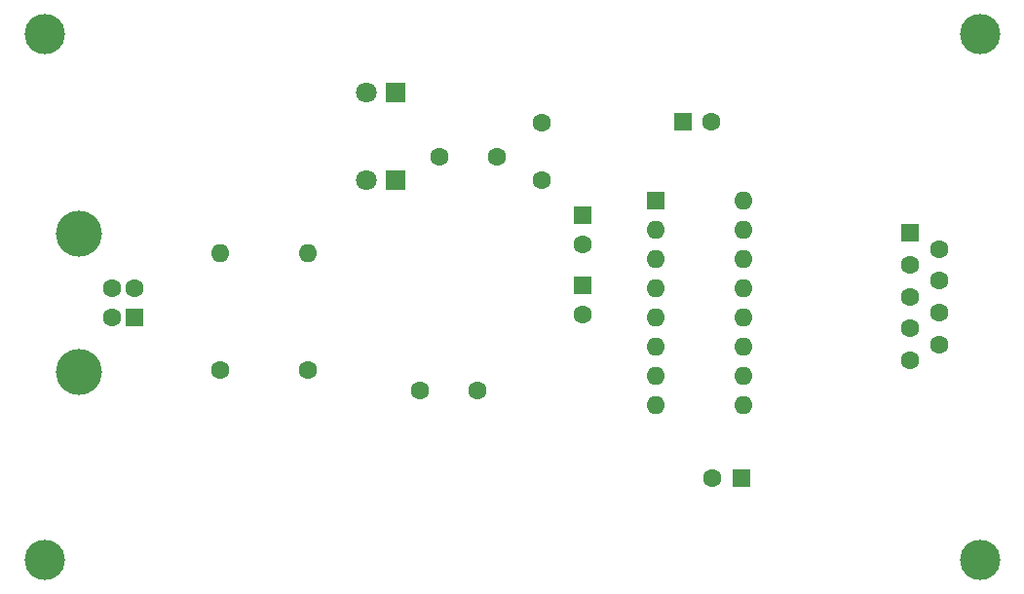
<source format=gbr>
%TF.GenerationSoftware,KiCad,Pcbnew,7.0.1*%
%TF.CreationDate,2023-04-09T16:17:14+09:00*%
%TF.ProjectId,RS232_Converter,52533233-325f-4436-9f6e-766572746572,rev?*%
%TF.SameCoordinates,Original*%
%TF.FileFunction,Soldermask,Bot*%
%TF.FilePolarity,Negative*%
%FSLAX46Y46*%
G04 Gerber Fmt 4.6, Leading zero omitted, Abs format (unit mm)*
G04 Created by KiCad (PCBNEW 7.0.1) date 2023-04-09 16:17:14*
%MOMM*%
%LPD*%
G01*
G04 APERTURE LIST*
%ADD10R,1.600000X1.600000*%
%ADD11C,1.600000*%
%ADD12C,3.500000*%
%ADD13R,1.800000X1.800000*%
%ADD14C,1.800000*%
%ADD15C,4.000000*%
%ADD16O,1.600000X1.600000*%
G04 APERTURE END LIST*
D10*
%TO.C,C4*%
X150919669Y-100640331D03*
D11*
X150919669Y-103140331D03*
%TD*%
D12*
%TO.C,REF\u002A\u002A*%
X185420000Y-78740000D03*
%TD*%
D10*
%TO.C,J2*%
X179329669Y-96050000D03*
D11*
X179329669Y-98820000D03*
X179329669Y-101590000D03*
X179329669Y-104360000D03*
X179329669Y-107130000D03*
X181869669Y-97435000D03*
X181869669Y-100205000D03*
X181869669Y-102975000D03*
X181869669Y-105745000D03*
%TD*%
D10*
%TO.C,C3*%
X150919669Y-94520331D03*
D11*
X150919669Y-97020331D03*
%TD*%
D13*
%TO.C,D1*%
X134620000Y-83820000D03*
D14*
X132080000Y-83820000D03*
%TD*%
D11*
%TO.C,C1*%
X143470000Y-89440331D03*
X138470000Y-89440331D03*
%TD*%
D13*
%TO.C,D3*%
X134620000Y-91440000D03*
D14*
X132080000Y-91440000D03*
%TD*%
D10*
%TO.C,J1*%
X111987169Y-103390331D03*
D11*
X111987169Y-100890331D03*
X109987169Y-100890331D03*
X109987169Y-103390331D03*
D15*
X107127169Y-108140331D03*
X107127169Y-96140331D03*
%TD*%
D11*
%TO.C,R2*%
X119380000Y-107950000D03*
D16*
X119380000Y-97790000D03*
%TD*%
D11*
%TO.C,C7*%
X147320000Y-91440000D03*
X147320000Y-86440000D03*
%TD*%
%TO.C,C2*%
X136719669Y-109760331D03*
X141719669Y-109760331D03*
%TD*%
D10*
%TO.C,C6*%
X159579669Y-86360000D03*
D11*
X162079669Y-86360000D03*
%TD*%
D12*
%TO.C,REF\u002A\u002A*%
X185420000Y-124460000D03*
%TD*%
D10*
%TO.C,C5*%
X164659669Y-117380331D03*
D11*
X162159669Y-117380331D03*
%TD*%
D12*
%TO.C,REF\u002A\u002A*%
X104140000Y-78740000D03*
%TD*%
D10*
%TO.C,U2*%
X157279669Y-93265331D03*
D16*
X157279669Y-95805331D03*
X157279669Y-98345331D03*
X157279669Y-100885331D03*
X157279669Y-103425331D03*
X157279669Y-105965331D03*
X157279669Y-108505331D03*
X157279669Y-111045331D03*
X164899669Y-111045331D03*
X164899669Y-108505331D03*
X164899669Y-105965331D03*
X164899669Y-103425331D03*
X164899669Y-100885331D03*
X164899669Y-98345331D03*
X164899669Y-95805331D03*
X164899669Y-93265331D03*
%TD*%
D12*
%TO.C,REF\u002A\u002A*%
X104140000Y-124460000D03*
%TD*%
D11*
%TO.C,R1*%
X127000000Y-107950000D03*
D16*
X127000000Y-97790000D03*
%TD*%
M02*

</source>
